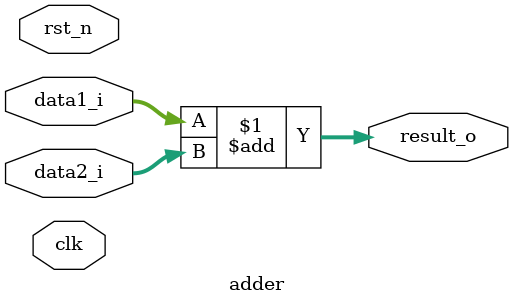
<source format=sv>
module adder (
	input  		  clk	   , 
	input  		  rst_n	   ,
	input  [31:0] data1_i  ,
	input  [31:0] data2_i  ,
	output [31:0] result_o
);
	assign result_o = data1_i + data2_i;
endmodule
</source>
